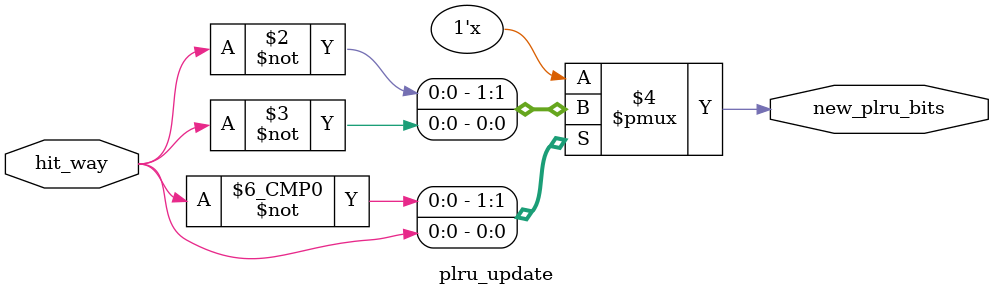
<source format=sv>

module plru_update(  
    input logic [0 : 0] hit_way,
    output logic [0 : 0] new_plru_bits
);
 
always_comb begin
    case(hit_way)
        1'd0: new_plru_bits = {~hit_way[0]};
        1'd1: new_plru_bits = {~hit_way[0]};

        default: new_plru_bits = 1'b0;
    endcase
end
endmodule

</source>
